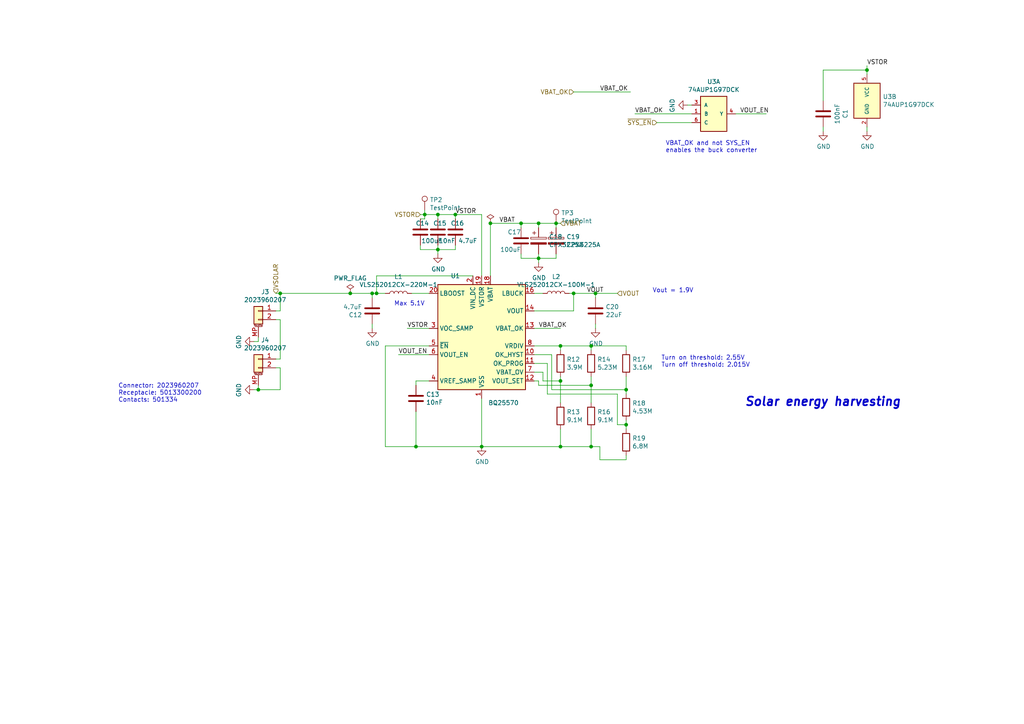
<source format=kicad_sch>
(kicad_sch (version 20211123) (generator eeschema)
  (paper "A4")
  (title_block (title "Energy Harvesting") (date "2021-11-21") (rev "4.0"))
  (lib_symbols
    (symbol "Battery_Management:BQ25570"
      (property "Reference" "U" (at -12.7 16.51 0))
      (property "Value" "BQ25570" (at 10.16 16.51 0))
      (symbol "BQ25570_0_1"
        (rectangle (start -12.7 15.24) (end 12.7 -15.24) (stroke (width 0.254)) (fill (type background)))
      )
      (symbol "BQ25570_1_1"
        (pin power_in line (at 0 -17.78 90) (length 2.54) (name "VSS") (number "1"))
        (pin input line (at 15.24 -5.08 180) (length 2.54) (name "OK_HYST") (number "10"))
        (pin input line (at 15.24 -7.62 180) (length 2.54) (name "OK_PROG") (number "11"))
        (pin input line (at 15.24 -12.7 180) (length 2.54) (name "VOUT_SET") (number "12"))
        (pin output line (at 15.24 2.54 180) (length 2.54) (name "VBAT_OK") (number "13"))
        (pin input line (at 15.24 7.62 180) (length 2.54) (name "VOUT") (number "14"))
        (pin passive line (at 0 -17.78 90) (length 2.54) hide (name "VSS") (number "15"))
        (pin passive line (at 15.24 12.7 180) (length 2.54) (name "LBUCK") (number "16"))
        (pin passive line (at 0 -17.78 90) (length 2.54) hide (name "VSS") (number "17"))
        (pin power_in line (at 2.54 17.78 270) (length 2.54) (name "VBAT") (number "18"))
        (pin power_out line (at 0 17.78 270) (length 2.54) (name "VSTOR") (number "19"))
        (pin power_in line (at -2.54 17.78 270) (length 2.54) (name "VIN_DC") (number "2"))
        (pin passive line (at -15.24 12.7 0) (length 2.54) (name "LBOOST") (number "20"))
        (pin passive line (at 0 -17.78 90) (length 2.54) hide (name "VSS") (number "21"))
        (pin input line (at -15.24 2.54 0) (length 2.54) (name "VOC_SAMP") (number "3"))
        (pin passive line (at -15.24 -12.7 0) (length 2.54) (name "VREF_SAMP") (number "4"))
        (pin input line (at -15.24 -2.54 0) (length 2.54) (name "~{EN}") (number "5"))
        (pin input line (at -15.24 -5.08 0) (length 2.54) (name "VOUT_EN") (number "6"))
        (pin input line (at 15.24 -10.16 180) (length 2.54) (name "VBAT_OV") (number "7"))
        (pin output line (at 15.24 -2.54 180) (length 2.54) (name "VRDIV") (number "8"))
        (pin passive line (at 0 -17.78 90) (length 2.54) hide (name "VSS") (number "9"))
      )
    )
    (symbol "Connector:TestPoint" (pin_numbers hide) (pin_names (offset 0.762) hide)
      (property "Reference" "TP" (at 0 6.858 0))
      (property "Value" "TestPoint" (at 0 5.08 0))
      (symbol "TestPoint_0_1"
        (circle (center 0 3.302) (radius 0.762))
      )
      (symbol "TestPoint_1_1"
        (pin passive line (at 0 0 90) (length 2.54) (name "1") (number "1"))
      )
    )
    (symbol "Connector_Generic_MountingPin:Conn_01x02_MountingPin" (pin_names (offset 1.016) hide)
      (property "Reference" "J" (at 0 2.54 0))
      (property "Value" "Conn_01x02_MountingPin" (at 1.27 -5.08 0))
      (symbol "Conn_01x02_MountingPin_1_1"
        (rectangle (start -1.27 -2.413) (end 0 -2.667) (stroke (width 0.1524)))
        (rectangle (start -1.27 0.127) (end 0 -0.127) (stroke (width 0.1524)))
        (rectangle (start -1.27 1.27) (end 1.27 -3.81) (stroke (width 0.254)) (fill (type background)))
        (polyline (pts (xy -1.016 -4.572) (xy 1.016 -4.572)) (stroke (width 0.1524)))
        (text "Mounting" (at 0 -4.191 0) (effects (font (size 0.381 0.381))))
        (pin passive line (at -5.08 0 0) (length 3.81) (name "Pin_1") (number "1"))
        (pin passive line (at -5.08 -2.54 0) (length 3.81) (name "Pin_2") (number "2"))
        (pin passive line (at 0 -7.62 90) (length 3.048) (name "MountPin") (number "MP"))
      )
    )
    (symbol "Device:C" (pin_numbers hide) (pin_names (offset 0.254))
      (property "Reference" "C" (at 0.635 2.54 0))
      (property "Value" "C" (at 0.635 -2.54 0))
      (symbol "C_0_1"
        (polyline (pts (xy -2.032 -0.762) (xy 2.032 -0.762)) (stroke (width 0.508)))
        (polyline (pts (xy -2.032 0.762) (xy 2.032 0.762)) (stroke (width 0.508)))
      )
      (symbol "C_1_1"
        (pin passive line (at 0 3.81 270) (length 2.794) (name "~") (number "1"))
        (pin passive line (at 0 -3.81 90) (length 2.794) (name "~") (number "2"))
      )
    )
    (symbol "Device:CP" (pin_numbers hide) (pin_names (offset 0.254))
      (property "Reference" "C" (at 0.635 2.54 0))
      (property "Value" "Device_CP" (at 0.635 -2.54 0))
      (symbol "CP_0_1"
        (rectangle (start -2.286 0.508) (end 2.286 1.016))
        (polyline (pts (xy -1.778 2.286) (xy -0.762 2.286)))
        (polyline (pts (xy -1.27 2.794) (xy -1.27 1.778)))
        (rectangle (start 2.286 -0.508) (end -2.286 -1.016) (fill (type outline)))
      )
      (symbol "CP_1_1"
        (pin passive line (at 0 3.81 270) (length 2.794) (name "~") (number "1"))
        (pin passive line (at 0 -3.81 90) (length 2.794) (name "~") (number "2"))
      )
    )
    (symbol "Device:L" (pin_numbers hide) (pin_names (offset 1.016) hide)
      (property "Reference" "L" (at -1.27 0 90))
      (property "Value" "L" (at 1.905 0 90))
      (symbol "L_0_1"
        (arc (start 0 -2.54) (mid 0.635 -1.905) (end 0 -1.27))
        (arc (start 0 -1.27) (mid 0.635 -0.635) (end 0 0))
        (arc (start 0 0) (mid 0.635 0.635) (end 0 1.27))
        (arc (start 0 1.27) (mid 0.635 1.905) (end 0 2.54))
      )
      (symbol "L_1_1"
        (pin passive line (at 0 3.81 270) (length 1.27) (name "1") (number "1"))
        (pin passive line (at 0 -3.81 90) (length 1.27) (name "2") (number "2"))
      )
    )
    (symbol "Device:R" (pin_numbers hide) (pin_names (offset 0))
      (property "Reference" "R" (at 2.032 0 90))
      (property "Value" "R" (at 0 0 90))
      (symbol "R_0_1"
        (rectangle (start -1.016 -2.54) (end 1.016 2.54) (stroke (width 0.254)))
      )
      (symbol "R_1_1"
        (pin passive line (at 0 3.81 270) (length 1.27) (name "~") (number "1"))
        (pin passive line (at 0 -3.81 90) (length 1.27) (name "~") (number "2"))
      )
    )
    (symbol "jaspers_lib:74AUP1G97DCK" (pin_names (offset 1.016))
      (property "Reference" "U" (at -2.54 7.62 0))
      (property "Value" "74AUP1G97DCK" (at 0 -5.08 0))
      (symbol "74AUP1G97DCK_0_1"
        (rectangle (start -3.81 6.35) (end 3.81 -3.81) (stroke (width 0.254)) (fill (type background)))
      )
      (symbol "74AUP1G97DCK_1_1"
        (pin input line (at -6.35 1.27 0) (length 2.54) (name "B") (number "1"))
        (pin input line (at -6.35 3.81 0) (length 2.54) (name "A") (number "3"))
        (pin output line (at 6.35 1.27 180) (length 2.54) (name "Y") (number "4"))
        (pin input line (at -6.35 -1.27 0) (length 2.54) (name "C") (number "6"))
      )
      (symbol "74AUP1G97DCK_2_1"
        (pin power_in line (at 0 -6.35 90) (length 2.54) (name "GND") (number "2"))
        (pin power_in line (at 0 8.89 270) (length 2.54) (name "VCC") (number "5"))
      )
    )
    (symbol "power:GND" (power) (pin_names (offset 0))
      (property "Value" "GND" (at 0 -3.81 0))
      (symbol "GND_0_1"
        (polyline (pts (xy 0 0) (xy 0 -1.27) (xy 1.27 -1.27) (xy 0 -2.54) (xy -1.27 -1.27) (xy 0 -1.27)))
      )
      (symbol "GND_1_1"
        (pin power_in line (at 0 0 270) (length 0) hide (name "GND") (number "1"))
      )
    )
    (symbol "power:PWR_FLAG" (power) (pin_numbers hide) (pin_names (offset 0) hide)
      (property "Value" "PWR_FLAG" (at 0 3.81 0))
      (symbol "PWR_FLAG_0_0"
        (pin power_out line (at 0 0 90) (length 0) (name "pwr") (number "1"))
      )
      (symbol "PWR_FLAG_0_1"
        (polyline (pts (xy 0 0) (xy 0 1.27) (xy -1.016 1.905) (xy 0 2.54) (xy 1.016 1.905) (xy 0 1.27)))
      )
    )
  )
  (junction (at 172.72 85.09))
  (junction (at 123.19 62.23))
  (junction (at 132.08 62.23))
  (junction (at 162.56 129.54))
  (junction (at 162.56 110.49))
  (junction (at 142.24 64.77))
  (junction (at 251.46 20.32))
  (junction (at 171.45 111.76))
  (junction (at 171.45 129.54))
  (junction (at 171.45 100.33))
  (junction (at 166.37 85.09))
  (junction (at 127 62.23))
  (junction (at 151.13 64.77))
  (junction (at 101.6 85.09))
  (junction (at 162.56 100.33))
  (junction (at 181.61 123.19))
  (junction (at 156.21 74.93))
  (junction (at 156.21 64.77))
  (junction (at 81.28 85.09))
  (junction (at 161.29 64.77))
  (junction (at 139.7 129.54))
  (junction (at 109.22 85.09))
  (junction (at 120.65 129.54))
  (junction (at 127 72.39))
  (junction (at 107.95 85.09))
  (junction (at 74.93 113.03))
  (junction (at 181.61 113.03))
  (wire (pts (xy 161.29 73.66) (xy 161.29 74.93)))
  (wire (pts (xy 179.07 114.3) (xy 179.07 123.19)))
  (wire (pts (xy 158.75 114.3) (xy 179.07 114.3)))
  (wire (pts (xy 80.01 104.14) (xy 81.28 104.14)))
  (wire (pts (xy 154.94 102.87) (xy 160.02 102.87)))
  (wire (pts (xy 171.45 100.33) (xy 181.61 100.33)))
  (wire (pts (xy 123.19 62.23) (xy 127 62.23)))
  (wire (pts (xy 139.7 129.54) (xy 139.7 115.57)))
  (wire (pts (xy 172.72 86.36) (xy 172.72 85.09)))
  (wire (pts (xy 109.22 80.01) (xy 109.22 85.09)))
  (wire (pts (xy 80.01 90.17) (xy 81.28 90.17)))
  (wire (pts (xy 172.72 93.98) (xy 172.72 95.25)))
  (wire (pts (xy 154.94 95.25) (xy 162.56 95.25)))
  (wire (pts (xy 200.66 30.48) (xy 199.39 30.48)))
  (wire (pts (xy 171.45 124.46) (xy 171.45 129.54)))
  (wire (pts (xy 238.76 29.21) (xy 238.76 20.32)))
  (wire (pts (xy 127 72.39) (xy 127 73.66)))
  (wire (pts (xy 154.94 100.33) (xy 162.56 100.33)))
  (wire (pts (xy 184.15 33.02) (xy 200.66 33.02)))
  (wire (pts (xy 127 63.5) (xy 127 62.23)))
  (wire (pts (xy 162.56 100.33) (xy 171.45 100.33)))
  (wire (pts (xy 74.93 99.06) (xy 74.93 97.79)))
  (wire (pts (xy 120.65 110.49) (xy 120.65 111.76)))
  (wire (pts (xy 181.61 121.92) (xy 181.61 123.19)))
  (wire (pts (xy 132.08 72.39) (xy 132.08 71.12)))
  (wire (pts (xy 123.19 60.96) (xy 123.19 62.23)))
  (wire (pts (xy 124.46 110.49) (xy 120.65 110.49)))
  (wire (pts (xy 111.76 100.33) (xy 111.76 129.54)))
  (wire (pts (xy 181.61 133.35) (xy 173.99 133.35)))
  (wire (pts (xy 132.08 63.5) (xy 132.08 62.23)))
  (wire (pts (xy 156.21 66.04) (xy 156.21 64.77)))
  (wire (pts (xy 107.95 86.36) (xy 107.95 85.09)))
  (wire (pts (xy 111.76 85.09) (xy 109.22 85.09)))
  (wire (pts (xy 251.46 19.05) (xy 251.46 20.32)))
  (wire (pts (xy 121.92 72.39) (xy 121.92 71.12)))
  (wire (pts (xy 121.92 63.5) (xy 123.19 63.5)))
  (wire (pts (xy 162.56 110.49) (xy 162.56 109.22)))
  (wire (pts (xy 165.1 85.09) (xy 166.37 85.09)))
  (wire (pts (xy 137.16 80.01) (xy 109.22 80.01)))
  (wire (pts (xy 80.01 106.68) (xy 81.28 106.68)))
  (wire (pts (xy 181.61 113.03) (xy 181.61 109.22)))
  (wire (pts (xy 132.08 62.23) (xy 139.7 62.23)))
  (wire (pts (xy 80.01 85.09) (xy 81.28 85.09)))
  (wire (pts (xy 81.28 85.09) (xy 101.6 85.09)))
  (wire (pts (xy 118.11 95.25) (xy 124.46 95.25)))
  (wire (pts (xy 162.56 129.54) (xy 171.45 129.54)))
  (wire (pts (xy 160.02 102.87) (xy 160.02 113.03)))
  (wire (pts (xy 74.93 113.03) (xy 74.93 111.76)))
  (wire (pts (xy 139.7 129.54) (xy 162.56 129.54)))
  (wire (pts (xy 190.5 35.56) (xy 200.66 35.56)))
  (wire (pts (xy 238.76 20.32) (xy 251.46 20.32)))
  (wire (pts (xy 251.46 20.32) (xy 251.46 21.59)))
  (wire (pts (xy 74.93 113.03) (xy 73.66 113.03)))
  (wire (pts (xy 81.28 92.71) (xy 81.28 104.14)))
  (wire (pts (xy 171.45 111.76) (xy 171.45 116.84)))
  (wire (pts (xy 156.21 64.77) (xy 161.29 64.77)))
  (wire (pts (xy 171.45 109.22) (xy 171.45 111.76)))
  (wire (pts (xy 251.46 38.1) (xy 251.46 36.83)))
  (wire (pts (xy 213.36 33.02) (xy 222.25 33.02)))
  (wire (pts (xy 121.92 62.23) (xy 123.19 62.23)))
  (wire (pts (xy 160.02 113.03) (xy 181.61 113.03)))
  (wire (pts (xy 80.01 92.71) (xy 81.28 92.71)))
  (wire (pts (xy 151.13 73.66) (xy 151.13 74.93)))
  (wire (pts (xy 101.6 85.09) (xy 107.95 85.09)))
  (wire (pts (xy 123.19 63.5) (xy 123.19 62.23)))
  (wire (pts (xy 162.56 101.6) (xy 162.56 100.33)))
  (wire (pts (xy 161.29 74.93) (xy 156.21 74.93)))
  (wire (pts (xy 81.28 90.17) (xy 81.28 85.09)))
  (wire (pts (xy 158.75 105.41) (xy 158.75 114.3)))
  (wire (pts (xy 154.94 107.95) (xy 157.48 107.95)))
  (wire (pts (xy 107.95 95.25) (xy 107.95 93.98)))
  (wire (pts (xy 154.94 110.49) (xy 156.21 110.49)))
  (wire (pts (xy 166.37 90.17) (xy 154.94 90.17)))
  (wire (pts (xy 172.72 85.09) (xy 179.07 85.09)))
  (wire (pts (xy 166.37 85.09) (xy 166.37 90.17)))
  (wire (pts (xy 154.94 105.41) (xy 158.75 105.41)))
  (wire (pts (xy 162.56 124.46) (xy 162.56 129.54)))
  (wire (pts (xy 142.24 80.01) (xy 142.24 64.77)))
  (wire (pts (xy 107.95 85.09) (xy 109.22 85.09)))
  (wire (pts (xy 162.56 116.84) (xy 162.56 110.49)))
  (wire (pts (xy 156.21 73.66) (xy 156.21 74.93)))
  (wire (pts (xy 173.99 133.35) (xy 173.99 129.54)))
  (wire (pts (xy 154.94 85.09) (xy 157.48 85.09)))
  (wire (pts (xy 81.28 113.03) (xy 74.93 113.03)))
  (wire (pts (xy 156.21 111.76) (xy 171.45 111.76)))
  (wire (pts (xy 171.45 129.54) (xy 173.99 129.54)))
  (wire (pts (xy 151.13 74.93) (xy 156.21 74.93)))
  (wire (pts (xy 156.21 110.49) (xy 156.21 111.76)))
  (wire (pts (xy 151.13 64.77) (xy 156.21 64.77)))
  (wire (pts (xy 127 71.12) (xy 127 72.39)))
  (wire (pts (xy 124.46 100.33) (xy 111.76 100.33)))
  (wire (pts (xy 120.65 129.54) (xy 139.7 129.54)))
  (wire (pts (xy 151.13 66.04) (xy 151.13 64.77)))
  (wire (pts (xy 157.48 110.49) (xy 162.56 110.49)))
  (wire (pts (xy 124.46 85.09) (xy 119.38 85.09)))
  (wire (pts (xy 166.37 26.67) (xy 182.88 26.67)))
  (wire (pts (xy 181.61 101.6) (xy 181.61 100.33)))
  (wire (pts (xy 142.24 64.77) (xy 151.13 64.77)))
  (wire (pts (xy 111.76 129.54) (xy 120.65 129.54)))
  (wire (pts (xy 127 62.23) (xy 132.08 62.23)))
  (wire (pts (xy 139.7 80.01) (xy 139.7 62.23)))
  (wire (pts (xy 81.28 106.68) (xy 81.28 113.03)))
  (wire (pts (xy 181.61 132.08) (xy 181.61 133.35)))
  (wire (pts (xy 156.21 74.93) (xy 156.21 76.2)))
  (wire (pts (xy 162.56 64.77) (xy 161.29 64.77)))
  (wire (pts (xy 157.48 107.95) (xy 157.48 110.49)))
  (wire (pts (xy 181.61 123.19) (xy 181.61 124.46)))
  (wire (pts (xy 179.07 123.19) (xy 181.61 123.19)))
  (wire (pts (xy 181.61 113.03) (xy 181.61 114.3)))
  (wire (pts (xy 74.93 99.06) (xy 73.66 99.06)))
  (wire (pts (xy 238.76 38.1) (xy 238.76 36.83)))
  (wire (pts (xy 171.45 100.33) (xy 171.45 101.6)))
  (wire (pts (xy 120.65 119.38) (xy 120.65 129.54)))
  (wire (pts (xy 127 72.39) (xy 132.08 72.39)))
  (wire (pts (xy 166.37 85.09) (xy 172.72 85.09)))
  (wire (pts (xy 121.92 72.39) (xy 127 72.39)))
  (wire (pts (xy 124.46 102.87) (xy 115.57 102.87)))
  (wire (pts (xy 161.29 66.04) (xy 161.29 64.77)))
  (text "Solar energy harvesting" (at 215.9 118.11 0) (effects (font (size 2.4892 2.4892) (thickness 0.4978) bold italic) (justify left bottom)))
  (text "VBAT_OK and not SYS_EN \nenables the buck converter" (at 193.04 44.45 0) (effects (font (size 1.27 1.27)) (justify left bottom)))
  (text "Max 5.1V" (at 114.3 88.9 0) (effects (font (size 1.27 1.27)) (justify left bottom)))
  (text "Turn on threshold: 2.55V\nTurn off threshold: 2.015V " (at 191.77 106.68 0) (effects (font (size 1.27 1.27)) (justify left bottom)))
  (text "Connector: 2023960207\nReceptacle: 5013300200\nContacts: 501334" (at 34.29 116.84 0) (effects (font (size 1.27 1.27)) (justify left bottom)))
  (text "Vout = 1.9V" (at 189.23 85.09 0) (effects (font (size 1.27 1.27)) (justify left bottom)))
  (label "VBAT" (at 144.78 64.77 0))
  (label "VBAT_OK" (at 156.21 95.25 0))
  (label "VSTOR" (at 132.08 62.23 0))
  (label "VBAT_OK" (at 173.99 26.67 0))
  (label "VOUT_EN" (at 115.57 102.87 0))
  (label "VSTOR" (at 118.11 95.25 0))
  (label "VSTOR" (at 251.46 19.05 0))
  (label "VOUT_EN" (at 214.63 33.02 0))
  (label "VBAT_OK" (at 184.15 33.02 0))
  (label "VOUT" (at 170.18 85.09 0))
  (hierarchical_label "VSOLAR" (shape input) (at 80.01 85.09 90))
  (hierarchical_label "VBAT" (shape input) (at 162.56 64.77 0))
  (hierarchical_label "VOUT" (shape input) (at 179.07 85.09 0))
  (hierarchical_label "~{SYS_EN}" (shape input) (at 190.5 35.56 180))
  (hierarchical_label "VSTOR" (shape input) (at 121.92 62.23 180))
  (hierarchical_label "VBAT_OK" (shape input) (at 166.37 26.67 180))
  (symbol (lib_id "Battery_Management:BQ25570") (at 139.7 97.79 0) (unit 1)
    (property "Reference" "U1" (at 132.08 80.01 0))
    (property "Value" "BQ25570" (at 146.05 116.84 0))
    (property "Footprint" "Package_DFN_QFN:QFN-20-1EP_3.5x3.5mm_P0.5mm_EP2x2mm" (effects hide))
    (property "Datasheet" "http://www.ti.com/lit/ds/symlink/bq25570.pdf" (effects hide))
    (property "MPN" "BQ25570RGR" (effects hide))
  )
  (symbol (lib_id "Device:C") (at 107.95 90.17 180) (unit 1)
    (property "Reference" "C12" (at 105.029 91.3384 0) (effects (justify left)))
    (property "Value" "4.7uF" (at 105.029 89.027 0) (effects (justify left)))
    (property "Footprint" "Capacitor_SMD:C_0402_1005Metric" (effects hide))
    (property "MPN" "LMK105BBJ475MVLF" (effects hide))
  )
  (symbol (lib_id "Device:C") (at 132.08 67.31 180) (unit 1)
    (property "Reference" "C16" (at 134.62 64.77 0) (effects (justify left)))
    (property "Value" "4.7uF" (at 138.43 69.85 0) (effects (justify left)))
    (property "Footprint" "Capacitor_SMD:C_0402_1005Metric" (effects hide))
    (property "MPN" "LMK105BBJ475MVLF" (effects hide))
  )
  (symbol (lib_id "Device:L") (at 115.57 85.09 90) (unit 1)
    (property "Reference" "L1" (at 115.57 80.264 90))
    (property "Value" "VLS252012CX-220M-1" (at 115.57 82.5754 90))
    (property "Footprint" "jaspers_footprints:VLS252012CX-1" (effects hide))
    (property "MPN" "VLS252012CX-220M-1" (effects hide))
  )
  (symbol (lib_id "Device:C") (at 151.13 69.85 180) (unit 1)
    (property "Reference" "C17" (at 151.13 67.31 0) (effects (justify left)))
    (property "Value" "100uF" (at 151.13 72.39 0) (effects (justify left)))
    (property "Footprint" "Capacitor_SMD:C_1210_3225Metric" (effects hide))
    (property "MPN" "-" (effects hide))
  )
  (symbol (lib_id "Device:L") (at 161.29 85.09 90) (unit 1)
    (property "Reference" "L2" (at 161.29 80.264 90))
    (property "Value" "VLS252012CX-100M-1" (at 161.29 82.5754 90))
    (property "Footprint" "jaspers_footprints:VLS252012CX-1" (effects hide))
    (property "MPN" "VLS252012CX-100M-1" (effects hide))
  )
  (symbol (lib_id "power:GND") (at 139.7 129.54 0) (unit 1)
    (property "Reference" "#PWR0107" (effects hide))
    (property "Value" "GND" (at 139.827 133.9342 0))
  )
  (symbol (lib_id "Device:C") (at 120.65 115.57 0) (unit 1)
    (property "Reference" "C13" (at 123.571 114.4016 0) (effects (justify left)))
    (property "Value" "10nF" (at 123.571 116.713 0) (effects (justify left)))
    (property "Footprint" "Capacitor_SMD:C_0402_1005Metric" (effects hide))
    (property "MPN" "GCM155R71H103KA55D" (effects hide))
  )
  (symbol (lib_id "Device:R") (at 171.45 105.41 0) (unit 1)
    (property "Reference" "R14" (at 173.228 104.2416 0) (effects (justify left)))
    (property "Value" "5.23M" (at 173.228 106.553 0) (effects (justify left)))
    (property "Footprint" "Resistor_SMD:R_0402_1005Metric" (effects hide))
    (property "MPN" "CRCW04025M23FKED" (effects hide))
  )
  (symbol (lib_id "Device:R") (at 171.45 120.65 0) (unit 1)
    (property "Reference" "R16" (at 173.228 119.4816 0) (effects (justify left)))
    (property "Value" "9.1M" (at 173.228 121.793 0) (effects (justify left)))
    (property "Footprint" "Resistor_SMD:R_0402_1005Metric" (effects hide))
    (property "MPN" "CRCW04029M10FKED " (effects hide))
  )
  (symbol (lib_id "Device:R") (at 162.56 105.41 0) (unit 1)
    (property "Reference" "R12" (at 164.338 104.2416 0) (effects (justify left)))
    (property "Value" "3.9M" (at 164.338 106.553 0) (effects (justify left)))
    (property "Footprint" "Resistor_SMD:R_0402_1005Metric" (effects hide))
    (property "MPN" "MCHVR02FTFY3904 " (effects hide))
  )
  (symbol (lib_id "Device:R") (at 162.56 120.65 0) (unit 1)
    (property "Reference" "R13" (at 164.338 119.4816 0) (effects (justify left)))
    (property "Value" "9.1M" (at 164.338 121.793 0) (effects (justify left)))
    (property "Footprint" "Resistor_SMD:R_0402_1005Metric" (effects hide))
    (property "MPN" "CRCW04029M10FKED " (effects hide))
  )
  (symbol (lib_id "Device:R") (at 181.61 128.27 0) (unit 1)
    (property "Reference" "R19" (at 183.388 127.1016 0) (effects (justify left)))
    (property "Value" "6.8M" (at 183.388 129.413 0) (effects (justify left)))
    (property "Footprint" "Resistor_SMD:R_0402_1005Metric" (effects hide))
    (property "MPN" "MCHVR02FTFY6804 " (effects hide))
  )
  (symbol (lib_id "Device:R") (at 181.61 118.11 0) (unit 1)
    (property "Reference" "R18" (at 183.388 116.9416 0) (effects (justify left)))
    (property "Value" "4.53M" (at 183.388 119.253 0) (effects (justify left)))
    (property "Footprint" "Resistor_SMD:R_0402_1005Metric" (effects hide))
    (property "MPN" "RMCF0402FT4M53" (effects hide))
  )
  (symbol (lib_id "Device:R") (at 181.61 105.41 0) (unit 1)
    (property "Reference" "R17" (at 183.388 104.2416 0) (effects (justify left)))
    (property "Value" "3.16M" (at 183.388 106.553 0) (effects (justify left)))
    (property "Footprint" "Resistor_SMD:R_0402_1005Metric" (effects hide))
    (property "MPN" "CRCW04023M16FKED" (effects hide))
  )
  (symbol (lib_id "power:PWR_FLAG") (at 101.6 85.09 0) (unit 1)
    (property "Reference" "#FLG0101" (effects hide))
    (property "Value" "PWR_FLAG" (at 101.6 80.6958 0))
  )
  (symbol (lib_id "power:PWR_FLAG") (at 142.24 64.77 0) (unit 1)
    (property "Reference" "#FLG0102" (effects hide))
    (property "Value" "PWR_FLAG" (effects hide))
  )
  (symbol (lib_id "Connector:TestPoint") (at 123.19 60.96 0) (unit 1)
    (property "Reference" "TP2" (at 124.6632 57.9628 0) (effects (justify left)))
    (property "Value" "TestPoint" (at 124.6632 60.2742 0) (effects (justify left)))
    (property "Footprint" "jaspers_footprints:SMOX_PCB_TESTPOINT" (effects hide))
    (property "MPN" "SMOX/060/B1/HT " (effects hide))
  )
  (symbol (lib_id "Device:C") (at 172.72 90.17 0) (unit 1)
    (property "Reference" "C20" (at 175.641 89.0016 0) (effects (justify left)))
    (property "Value" "22uF" (at 175.641 91.313 0) (effects (justify left)))
    (property "Footprint" "Capacitor_SMD:C_0603_1608Metric" (effects hide))
    (property "MPN" "GRM188R60J226MEA0D" (effects hide))
  )
  (symbol (lib_id "Connector:TestPoint") (at 161.29 64.77 0) (unit 1)
    (property "Reference" "TP3" (at 162.7632 61.7728 0) (effects (justify left)))
    (property "Value" "TestPoint" (at 162.7632 64.0842 0) (effects (justify left)))
    (property "Footprint" "jaspers_footprints:SMOX_PCB_TESTPOINT" (effects hide))
    (property "MPN" "SMOX/060/B1/HT " (effects hide))
  )
  (symbol (lib_id "power:GND") (at 156.21 76.2 0) (unit 1)
    (property "Reference" "#PWR0108" (effects hide))
    (property "Value" "GND" (at 156.337 80.5942 0))
  )
  (symbol (lib_id "Device:C") (at 127 67.31 180) (unit 1)
    (property "Reference" "C15" (at 129.54 64.77 0) (effects (justify left)))
    (property "Value" "10nF" (at 132.08 69.85 0) (effects (justify left)))
    (property "Footprint" "Capacitor_SMD:C_0402_1005Metric" (effects hide))
    (property "MPN" "GCM155R71H103KA55D" (effects hide))
  )
  (symbol (lib_id "power:GND") (at 107.95 95.25 0) (unit 1)
    (property "Reference" "#PWR0110" (effects hide))
    (property "Value" "GND" (at 108.077 99.6442 0))
  )
  (symbol (lib_id "power:GND") (at 127 73.66 0) (unit 1)
    (property "Reference" "#PWR0111" (effects hide))
    (property "Value" "GND" (at 127.127 78.0542 0))
  )
  (symbol (lib_id "power:GND") (at 172.72 95.25 0) (unit 1)
    (property "Reference" "#PWR0109" (effects hide))
    (property "Value" "GND" (at 172.847 99.6442 0))
  )
  (symbol (lib_id "Connector_Generic_MountingPin:Conn_01x02_MountingPin") (at 74.93 104.14 0) (mirror y) (unit 1)
    (property "Reference" "J4" (at 76.9112 98.6282 0))
    (property "Value" "2023960207" (at 76.9112 100.9396 0))
    (property "Footprint" "jaspers_footprints:Molex_Pico-Clasp_202396-0207_1x02-1MP_P1.00mm_Horizontal" (effects hide))
    (property "MPN" "202396-0207" (effects hide))
  )
  (symbol (lib_id "power:GND") (at 73.66 99.06 270) (unit 1)
    (property "Reference" "#PWR0112" (effects hide))
    (property "Value" "GND" (at 69.2658 99.187 0))
  )
  (symbol (lib_id "Connector_Generic_MountingPin:Conn_01x02_MountingPin") (at 74.93 90.17 0) (mirror y) (unit 1)
    (property "Reference" "J3" (at 76.9112 84.6582 0))
    (property "Value" "2023960207" (at 76.9112 86.9696 0))
    (property "Footprint" "jaspers_footprints:Molex_Pico-Clasp_202396-0207_1x02-1MP_P1.00mm_Horizontal" (effects hide))
    (property "MPN" "202396-0207" (effects hide))
  )
  (symbol (lib_id "power:GND") (at 73.66 113.03 270) (unit 1)
    (property "Reference" "#PWR0113" (effects hide))
    (property "Value" "GND" (at 69.2658 113.157 0))
  )
  (symbol (lib_id "Device:CP") (at 156.21 69.85 0) (unit 1)
    (property "Reference" "C18" (at 159.2072 68.6816 0) (effects (justify left)))
    (property "Value" "CPX3225A" (at 159.2072 70.993 0) (effects (justify left)))
    (property "Footprint" "jaspers_footprints:CPX3225A" (effects hide))
    (property "Datasheet" "https://www.seiko-instruments.de/fileadmin/Editors/COMP/PDF/MicroBattery_catalogue_E_2018A_forWeb.pdf" (effects hide))
    (property "MPN" "CPX3225A" (effects hide))
  )
  (symbol (lib_id "Device:CP") (at 161.29 69.85 0) (unit 1)
    (property "Reference" "C19" (at 164.2872 68.6816 0) (effects (justify left)))
    (property "Value" "CPX3225A" (at 164.2872 70.993 0) (effects (justify left)))
    (property "Footprint" "jaspers_footprints:CPX3225A" (effects hide))
    (property "Datasheet" "https://www.seiko-instruments.de/fileadmin/Editors/COMP/PDF/MicroBattery_catalogue_E_2018A_forWeb.pdf" (effects hide))
    (property "MPN" "CPX3225A" (effects hide))
  )
  (symbol (lib_id "Device:C") (at 121.92 67.31 180) (unit 1)
    (property "Reference" "C14" (at 124.46 64.77 0) (effects (justify left)))
    (property "Value" "100uF" (at 128.27 69.85 0) (effects (justify left)))
    (property "Footprint" "Capacitor_SMD:C_1210_3225Metric" (effects hide))
    (property "MPN" "-" (effects hide))
  )
  (symbol (lib_id "power:GND") (at 251.46 38.1 0) (unit 1)
    (property "Reference" "#PWR0120" (effects hide))
    (property "Value" "GND" (at 251.587 42.4942 0))
  )
  (symbol (lib_id "power:GND") (at 199.39 30.48 270) (unit 1)
    (property "Reference" "#PWR0121" (effects hide))
    (property "Value" "GND" (at 194.9958 30.607 0))
  )
  (symbol (lib_id "Device:C") (at 238.76 33.02 0) (unit 1)
    (property "Reference" "C1" (at 245.1608 33.02 90))
    (property "Value" "100nF" (at 242.8494 33.02 90))
    (property "Footprint" "Capacitor_SMD:C_0402_1005Metric" (effects hide))
    (property "MPN" "GRM155R71C104KA88J" (effects hide))
  )
  (symbol (lib_id "power:GND") (at 238.76 38.1 0) (unit 1)
    (property "Reference" "#PWR0122" (effects hide))
    (property "Value" "GND" (at 238.887 42.4942 0))
  )
  (symbol (lib_id "jaspers_lib:74AUP1G97DCK") (at 207.01 34.29 0) (unit 1)
    (property "Reference" "U3" (at 207.01 23.6982 0))
    (property "Value" "74AUP1G97DCK" (at 207.01 26.0096 0))
    (property "Footprint" "jaspers_footprints:SC70-6" (effects hide))
    (property "Datasheet" "http://www.ti.com/lit/sg/scyt129e/scyt129e.pdf" (effects hide))
  )
  (symbol (lib_id "jaspers_lib:74AUP1G97DCK") (at 251.46 30.48 0) (unit 2)
    (property "Reference" "U3" (at 256.032 28.0416 0) (effects (justify left)))
    (property "Value" "74AUP1G97DCK" (at 256.032 30.353 0) (effects (justify left)))
    (property "Footprint" "jaspers_footprints:SC70-6" (effects hide))
    (property "Datasheet" "http://www.ti.com/lit/sg/scyt129e/scyt129e.pdf" (effects hide))
  )
)
</source>
